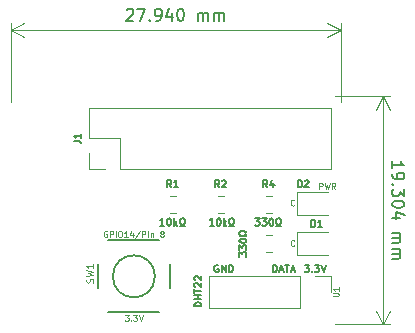
<source format=gto>
G04 #@! TF.GenerationSoftware,KiCad,Pcbnew,(5.1.2)-1*
G04 #@! TF.CreationDate,2019-05-14T16:37:42-04:00*
G04 #@! TF.ProjectId,RaspberryPiHat,52617370-6265-4727-9279-50694861742e,1*
G04 #@! TF.SameCoordinates,Original*
G04 #@! TF.FileFunction,Legend,Top*
G04 #@! TF.FilePolarity,Positive*
%FSLAX46Y46*%
G04 Gerber Fmt 4.6, Leading zero omitted, Abs format (unit mm)*
G04 Created by KiCad (PCBNEW (5.1.2)-1) date 2019-05-14 16:37:42*
%MOMM*%
%LPD*%
G04 APERTURE LIST*
%ADD10C,0.125000*%
%ADD11C,0.150000*%
%ADD12C,0.120000*%
%ADD13C,0.100000*%
%ADD14C,0.203200*%
G04 APERTURE END LIST*
D10*
X110712333Y-71600190D02*
X110712333Y-71100190D01*
X110902809Y-71100190D01*
X110950428Y-71124000D01*
X110974238Y-71147809D01*
X110998047Y-71195428D01*
X110998047Y-71266857D01*
X110974238Y-71314476D01*
X110950428Y-71338285D01*
X110902809Y-71362095D01*
X110712333Y-71362095D01*
X111164714Y-71100190D02*
X111283761Y-71600190D01*
X111379000Y-71243047D01*
X111474238Y-71600190D01*
X111593285Y-71100190D01*
X112069476Y-71600190D02*
X111902809Y-71362095D01*
X111783761Y-71600190D02*
X111783761Y-71100190D01*
X111974238Y-71100190D01*
X112021857Y-71124000D01*
X112045666Y-71147809D01*
X112069476Y-71195428D01*
X112069476Y-71266857D01*
X112045666Y-71314476D01*
X112021857Y-71338285D01*
X111974238Y-71362095D01*
X111783761Y-71362095D01*
D11*
X116895619Y-69834571D02*
X116895619Y-69263142D01*
X116895619Y-69548857D02*
X117895619Y-69548857D01*
X117752761Y-69453619D01*
X117657523Y-69358380D01*
X117609904Y-69263142D01*
X116895619Y-70310761D02*
X116895619Y-70501238D01*
X116943238Y-70596476D01*
X116990857Y-70644095D01*
X117133714Y-70739333D01*
X117324190Y-70786952D01*
X117705142Y-70786952D01*
X117800380Y-70739333D01*
X117848000Y-70691714D01*
X117895619Y-70596476D01*
X117895619Y-70406000D01*
X117848000Y-70310761D01*
X117800380Y-70263142D01*
X117705142Y-70215523D01*
X117467047Y-70215523D01*
X117371809Y-70263142D01*
X117324190Y-70310761D01*
X117276571Y-70406000D01*
X117276571Y-70596476D01*
X117324190Y-70691714D01*
X117371809Y-70739333D01*
X117467047Y-70786952D01*
X116990857Y-71215523D02*
X116943238Y-71263142D01*
X116895619Y-71215523D01*
X116943238Y-71167904D01*
X116990857Y-71215523D01*
X116895619Y-71215523D01*
X117895619Y-71596476D02*
X117895619Y-72215523D01*
X117514666Y-71882190D01*
X117514666Y-72025047D01*
X117467047Y-72120285D01*
X117419428Y-72167904D01*
X117324190Y-72215523D01*
X117086095Y-72215523D01*
X116990857Y-72167904D01*
X116943238Y-72120285D01*
X116895619Y-72025047D01*
X116895619Y-71739333D01*
X116943238Y-71644095D01*
X116990857Y-71596476D01*
X117895619Y-72834571D02*
X117895619Y-72929809D01*
X117848000Y-73025047D01*
X117800380Y-73072666D01*
X117705142Y-73120285D01*
X117514666Y-73167904D01*
X117276571Y-73167904D01*
X117086095Y-73120285D01*
X116990857Y-73072666D01*
X116943238Y-73025047D01*
X116895619Y-72929809D01*
X116895619Y-72834571D01*
X116943238Y-72739333D01*
X116990857Y-72691714D01*
X117086095Y-72644095D01*
X117276571Y-72596476D01*
X117514666Y-72596476D01*
X117705142Y-72644095D01*
X117800380Y-72691714D01*
X117848000Y-72739333D01*
X117895619Y-72834571D01*
X117562285Y-74025047D02*
X116895619Y-74025047D01*
X117943238Y-73786952D02*
X117228952Y-73548857D01*
X117228952Y-74167904D01*
X116895619Y-75310761D02*
X117562285Y-75310761D01*
X117467047Y-75310761D02*
X117514666Y-75358380D01*
X117562285Y-75453619D01*
X117562285Y-75596476D01*
X117514666Y-75691714D01*
X117419428Y-75739333D01*
X116895619Y-75739333D01*
X117419428Y-75739333D02*
X117514666Y-75786952D01*
X117562285Y-75882190D01*
X117562285Y-76025047D01*
X117514666Y-76120285D01*
X117419428Y-76167904D01*
X116895619Y-76167904D01*
X116895619Y-76644095D02*
X117562285Y-76644095D01*
X117467047Y-76644095D02*
X117514666Y-76691714D01*
X117562285Y-76786952D01*
X117562285Y-76929809D01*
X117514666Y-77025047D01*
X117419428Y-77072666D01*
X116895619Y-77072666D01*
X117419428Y-77072666D02*
X117514666Y-77120285D01*
X117562285Y-77215523D01*
X117562285Y-77358380D01*
X117514666Y-77453619D01*
X117419428Y-77501238D01*
X116895619Y-77501238D01*
D12*
X116078000Y-63754000D02*
X116078000Y-83058000D01*
X112014000Y-63754000D02*
X116664421Y-63754000D01*
X112014000Y-83058000D02*
X116664421Y-83058000D01*
X116078000Y-83058000D02*
X115491579Y-81931496D01*
X116078000Y-83058000D02*
X116664421Y-81931496D01*
X116078000Y-63754000D02*
X115491579Y-64880504D01*
X116078000Y-63754000D02*
X116664421Y-64880504D01*
D11*
X94409142Y-56443619D02*
X94456761Y-56396000D01*
X94552000Y-56348380D01*
X94790095Y-56348380D01*
X94885333Y-56396000D01*
X94932952Y-56443619D01*
X94980571Y-56538857D01*
X94980571Y-56634095D01*
X94932952Y-56776952D01*
X94361523Y-57348380D01*
X94980571Y-57348380D01*
X95313904Y-56348380D02*
X95980571Y-56348380D01*
X95552000Y-57348380D01*
X96361523Y-57253142D02*
X96409142Y-57300761D01*
X96361523Y-57348380D01*
X96313904Y-57300761D01*
X96361523Y-57253142D01*
X96361523Y-57348380D01*
X96885333Y-57348380D02*
X97075809Y-57348380D01*
X97171047Y-57300761D01*
X97218666Y-57253142D01*
X97313904Y-57110285D01*
X97361523Y-56919809D01*
X97361523Y-56538857D01*
X97313904Y-56443619D01*
X97266285Y-56396000D01*
X97171047Y-56348380D01*
X96980571Y-56348380D01*
X96885333Y-56396000D01*
X96837714Y-56443619D01*
X96790095Y-56538857D01*
X96790095Y-56776952D01*
X96837714Y-56872190D01*
X96885333Y-56919809D01*
X96980571Y-56967428D01*
X97171047Y-56967428D01*
X97266285Y-56919809D01*
X97313904Y-56872190D01*
X97361523Y-56776952D01*
X98218666Y-56681714D02*
X98218666Y-57348380D01*
X97980571Y-56300761D02*
X97742476Y-57015047D01*
X98361523Y-57015047D01*
X98932952Y-56348380D02*
X99028190Y-56348380D01*
X99123428Y-56396000D01*
X99171047Y-56443619D01*
X99218666Y-56538857D01*
X99266285Y-56729333D01*
X99266285Y-56967428D01*
X99218666Y-57157904D01*
X99171047Y-57253142D01*
X99123428Y-57300761D01*
X99028190Y-57348380D01*
X98932952Y-57348380D01*
X98837714Y-57300761D01*
X98790095Y-57253142D01*
X98742476Y-57157904D01*
X98694857Y-56967428D01*
X98694857Y-56729333D01*
X98742476Y-56538857D01*
X98790095Y-56443619D01*
X98837714Y-56396000D01*
X98932952Y-56348380D01*
X100456761Y-57348380D02*
X100456761Y-56681714D01*
X100456761Y-56776952D02*
X100504380Y-56729333D01*
X100599619Y-56681714D01*
X100742476Y-56681714D01*
X100837714Y-56729333D01*
X100885333Y-56824571D01*
X100885333Y-57348380D01*
X100885333Y-56824571D02*
X100932952Y-56729333D01*
X101028190Y-56681714D01*
X101171047Y-56681714D01*
X101266285Y-56729333D01*
X101313904Y-56824571D01*
X101313904Y-57348380D01*
X101790095Y-57348380D02*
X101790095Y-56681714D01*
X101790095Y-56776952D02*
X101837714Y-56729333D01*
X101932952Y-56681714D01*
X102075809Y-56681714D01*
X102171047Y-56729333D01*
X102218666Y-56824571D01*
X102218666Y-57348380D01*
X102218666Y-56824571D02*
X102266285Y-56729333D01*
X102361523Y-56681714D01*
X102504380Y-56681714D01*
X102599619Y-56729333D01*
X102647238Y-56824571D01*
X102647238Y-57348380D01*
D12*
X84582000Y-58166000D02*
X112522000Y-58166000D01*
X84582000Y-64262000D02*
X84582000Y-57579579D01*
X112522000Y-64262000D02*
X112522000Y-57579579D01*
X112522000Y-58166000D02*
X111395496Y-58752421D01*
X112522000Y-58166000D02*
X111395496Y-57579579D01*
X84582000Y-58166000D02*
X85708504Y-58752421D01*
X84582000Y-58166000D02*
X85708504Y-57579579D01*
D10*
X94257904Y-82276190D02*
X94567428Y-82276190D01*
X94400761Y-82466666D01*
X94472190Y-82466666D01*
X94519809Y-82490476D01*
X94543619Y-82514285D01*
X94567428Y-82561904D01*
X94567428Y-82680952D01*
X94543619Y-82728571D01*
X94519809Y-82752380D01*
X94472190Y-82776190D01*
X94329333Y-82776190D01*
X94281714Y-82752380D01*
X94257904Y-82728571D01*
X94781714Y-82728571D02*
X94805523Y-82752380D01*
X94781714Y-82776190D01*
X94757904Y-82752380D01*
X94781714Y-82728571D01*
X94781714Y-82776190D01*
X94972190Y-82276190D02*
X95281714Y-82276190D01*
X95115047Y-82466666D01*
X95186476Y-82466666D01*
X95234095Y-82490476D01*
X95257904Y-82514285D01*
X95281714Y-82561904D01*
X95281714Y-82680952D01*
X95257904Y-82728571D01*
X95234095Y-82752380D01*
X95186476Y-82776190D01*
X95043619Y-82776190D01*
X94996000Y-82752380D01*
X94972190Y-82728571D01*
X95424571Y-82276190D02*
X95591238Y-82776190D01*
X95757904Y-82276190D01*
X92734095Y-75188000D02*
X92686476Y-75164190D01*
X92615047Y-75164190D01*
X92543619Y-75188000D01*
X92496000Y-75235619D01*
X92472190Y-75283238D01*
X92448380Y-75378476D01*
X92448380Y-75449904D01*
X92472190Y-75545142D01*
X92496000Y-75592761D01*
X92543619Y-75640380D01*
X92615047Y-75664190D01*
X92662666Y-75664190D01*
X92734095Y-75640380D01*
X92757904Y-75616571D01*
X92757904Y-75449904D01*
X92662666Y-75449904D01*
X92972190Y-75664190D02*
X92972190Y-75164190D01*
X93162666Y-75164190D01*
X93210285Y-75188000D01*
X93234095Y-75211809D01*
X93257904Y-75259428D01*
X93257904Y-75330857D01*
X93234095Y-75378476D01*
X93210285Y-75402285D01*
X93162666Y-75426095D01*
X92972190Y-75426095D01*
X93472190Y-75664190D02*
X93472190Y-75164190D01*
X93805523Y-75164190D02*
X93900761Y-75164190D01*
X93948380Y-75188000D01*
X93996000Y-75235619D01*
X94019809Y-75330857D01*
X94019809Y-75497523D01*
X93996000Y-75592761D01*
X93948380Y-75640380D01*
X93900761Y-75664190D01*
X93805523Y-75664190D01*
X93757904Y-75640380D01*
X93710285Y-75592761D01*
X93686476Y-75497523D01*
X93686476Y-75330857D01*
X93710285Y-75235619D01*
X93757904Y-75188000D01*
X93805523Y-75164190D01*
X94496000Y-75664190D02*
X94210285Y-75664190D01*
X94353142Y-75664190D02*
X94353142Y-75164190D01*
X94305523Y-75235619D01*
X94257904Y-75283238D01*
X94210285Y-75307047D01*
X94924571Y-75330857D02*
X94924571Y-75664190D01*
X94805523Y-75140380D02*
X94686476Y-75497523D01*
X94996000Y-75497523D01*
X95543619Y-75140380D02*
X95115047Y-75783238D01*
X95710285Y-75664190D02*
X95710285Y-75164190D01*
X95900761Y-75164190D01*
X95948380Y-75188000D01*
X95972190Y-75211809D01*
X95996000Y-75259428D01*
X95996000Y-75330857D01*
X95972190Y-75378476D01*
X95948380Y-75402285D01*
X95900761Y-75426095D01*
X95710285Y-75426095D01*
X96210285Y-75664190D02*
X96210285Y-75330857D01*
X96210285Y-75164190D02*
X96186476Y-75188000D01*
X96210285Y-75211809D01*
X96234095Y-75188000D01*
X96210285Y-75164190D01*
X96210285Y-75211809D01*
X96448380Y-75330857D02*
X96448380Y-75664190D01*
X96448380Y-75378476D02*
X96472190Y-75354666D01*
X96519809Y-75330857D01*
X96591238Y-75330857D01*
X96638857Y-75354666D01*
X96662666Y-75402285D01*
X96662666Y-75664190D01*
X97353142Y-75378476D02*
X97305523Y-75354666D01*
X97281714Y-75330857D01*
X97257904Y-75283238D01*
X97257904Y-75259428D01*
X97281714Y-75211809D01*
X97305523Y-75188000D01*
X97353142Y-75164190D01*
X97448380Y-75164190D01*
X97496000Y-75188000D01*
X97519809Y-75211809D01*
X97543619Y-75259428D01*
X97543619Y-75283238D01*
X97519809Y-75330857D01*
X97496000Y-75354666D01*
X97448380Y-75378476D01*
X97353142Y-75378476D01*
X97305523Y-75402285D01*
X97281714Y-75426095D01*
X97257904Y-75473714D01*
X97257904Y-75568952D01*
X97281714Y-75616571D01*
X97305523Y-75640380D01*
X97353142Y-75664190D01*
X97448380Y-75664190D01*
X97496000Y-75640380D01*
X97519809Y-75616571D01*
X97543619Y-75568952D01*
X97543619Y-75473714D01*
X97519809Y-75426095D01*
X97496000Y-75402285D01*
X97448380Y-75378476D01*
D11*
X109477285Y-78030428D02*
X109848714Y-78030428D01*
X109648714Y-78259000D01*
X109734428Y-78259000D01*
X109791571Y-78287571D01*
X109820142Y-78316142D01*
X109848714Y-78373285D01*
X109848714Y-78516142D01*
X109820142Y-78573285D01*
X109791571Y-78601857D01*
X109734428Y-78630428D01*
X109563000Y-78630428D01*
X109505857Y-78601857D01*
X109477285Y-78573285D01*
X110105857Y-78573285D02*
X110134428Y-78601857D01*
X110105857Y-78630428D01*
X110077285Y-78601857D01*
X110105857Y-78573285D01*
X110105857Y-78630428D01*
X110334428Y-78030428D02*
X110705857Y-78030428D01*
X110505857Y-78259000D01*
X110591571Y-78259000D01*
X110648714Y-78287571D01*
X110677285Y-78316142D01*
X110705857Y-78373285D01*
X110705857Y-78516142D01*
X110677285Y-78573285D01*
X110648714Y-78601857D01*
X110591571Y-78630428D01*
X110420142Y-78630428D01*
X110363000Y-78601857D01*
X110334428Y-78573285D01*
X110877285Y-78030428D02*
X111077285Y-78630428D01*
X111277285Y-78030428D01*
X106796000Y-78630428D02*
X106796000Y-78030428D01*
X106938857Y-78030428D01*
X107024571Y-78059000D01*
X107081714Y-78116142D01*
X107110285Y-78173285D01*
X107138857Y-78287571D01*
X107138857Y-78373285D01*
X107110285Y-78487571D01*
X107081714Y-78544714D01*
X107024571Y-78601857D01*
X106938857Y-78630428D01*
X106796000Y-78630428D01*
X107367428Y-78459000D02*
X107653142Y-78459000D01*
X107310285Y-78630428D02*
X107510285Y-78030428D01*
X107710285Y-78630428D01*
X107824571Y-78030428D02*
X108167428Y-78030428D01*
X107996000Y-78630428D02*
X107996000Y-78030428D01*
X108338857Y-78459000D02*
X108624571Y-78459000D01*
X108281714Y-78630428D02*
X108481714Y-78030428D01*
X108681714Y-78630428D01*
X102158857Y-78059000D02*
X102101714Y-78030428D01*
X102016000Y-78030428D01*
X101930285Y-78059000D01*
X101873142Y-78116142D01*
X101844571Y-78173285D01*
X101816000Y-78287571D01*
X101816000Y-78373285D01*
X101844571Y-78487571D01*
X101873142Y-78544714D01*
X101930285Y-78601857D01*
X102016000Y-78630428D01*
X102073142Y-78630428D01*
X102158857Y-78601857D01*
X102187428Y-78573285D01*
X102187428Y-78373285D01*
X102073142Y-78373285D01*
X102444571Y-78630428D02*
X102444571Y-78030428D01*
X102787428Y-78630428D01*
X102787428Y-78030428D01*
X103073142Y-78630428D02*
X103073142Y-78030428D01*
X103216000Y-78030428D01*
X103301714Y-78059000D01*
X103358857Y-78116142D01*
X103387428Y-78173285D01*
X103416000Y-78287571D01*
X103416000Y-78373285D01*
X103387428Y-78487571D01*
X103358857Y-78544714D01*
X103301714Y-78601857D01*
X103216000Y-78630428D01*
X103073142Y-78630428D01*
D13*
X108612761Y-76378571D02*
X108588952Y-76402380D01*
X108517523Y-76426190D01*
X108469904Y-76426190D01*
X108398476Y-76402380D01*
X108350857Y-76354761D01*
X108327047Y-76307142D01*
X108303238Y-76211904D01*
X108303238Y-76140476D01*
X108327047Y-76045238D01*
X108350857Y-75997619D01*
X108398476Y-75950000D01*
X108469904Y-75926190D01*
X108517523Y-75926190D01*
X108588952Y-75950000D01*
X108612761Y-75973809D01*
X108612761Y-72949571D02*
X108588952Y-72973380D01*
X108517523Y-72997190D01*
X108469904Y-72997190D01*
X108398476Y-72973380D01*
X108350857Y-72925761D01*
X108327047Y-72878142D01*
X108303238Y-72782904D01*
X108303238Y-72711476D01*
X108327047Y-72616238D01*
X108350857Y-72568619D01*
X108398476Y-72521000D01*
X108469904Y-72497190D01*
X108517523Y-72497190D01*
X108588952Y-72521000D01*
X108612761Y-72544809D01*
D12*
X111693000Y-69910000D02*
X111693000Y-64710000D01*
X93853000Y-69910000D02*
X111693000Y-69910000D01*
X91253000Y-64710000D02*
X111693000Y-64710000D01*
X93853000Y-69910000D02*
X93853000Y-67310000D01*
X93853000Y-67310000D02*
X91253000Y-67310000D01*
X91253000Y-67310000D02*
X91253000Y-64710000D01*
X92583000Y-69910000D02*
X91253000Y-69910000D01*
X91253000Y-69910000D02*
X91253000Y-68580000D01*
X111490000Y-75240000D02*
X108805000Y-75240000D01*
X108805000Y-75240000D02*
X108805000Y-77160000D01*
X108805000Y-77160000D02*
X111490000Y-77160000D01*
X108805000Y-73813000D02*
X111490000Y-73813000D01*
X108805000Y-71893000D02*
X108805000Y-73813000D01*
X111490000Y-71893000D02*
X108805000Y-71893000D01*
X98039422Y-72188000D02*
X98556578Y-72188000D01*
X98039422Y-73608000D02*
X98556578Y-73608000D01*
X102103422Y-73608000D02*
X102620578Y-73608000D01*
X102103422Y-72188000D02*
X102620578Y-72188000D01*
X106167422Y-75535000D02*
X106684578Y-75535000D01*
X106167422Y-76955000D02*
X106684578Y-76955000D01*
X106167422Y-73608000D02*
X106684578Y-73608000D01*
X106167422Y-72188000D02*
X106684578Y-72188000D01*
D14*
X92859199Y-82042000D02*
X97177199Y-82042000D01*
X97177199Y-75946000D02*
X92859199Y-75946000D01*
X91970199Y-79989680D02*
X91970199Y-77978000D01*
X98066199Y-80020160D02*
X98066199Y-77978000D01*
X96796199Y-78994000D02*
G75*
G03X96796199Y-78994000I-1778000J0D01*
G01*
D12*
X101420000Y-78988600D02*
X101420000Y-81648600D01*
X109100000Y-78988600D02*
X101420000Y-78988600D01*
X109100000Y-81648600D02*
X101420000Y-81648600D01*
X109100000Y-78988600D02*
X109100000Y-81648600D01*
X110370000Y-78988600D02*
X111700000Y-78988600D01*
X111700000Y-78988600D02*
X111700000Y-80318600D01*
D11*
X89924428Y-67510000D02*
X90353000Y-67510000D01*
X90438714Y-67538571D01*
X90495857Y-67595714D01*
X90524428Y-67681428D01*
X90524428Y-67738571D01*
X90524428Y-66910000D02*
X90524428Y-67252857D01*
X90524428Y-67081428D02*
X89924428Y-67081428D01*
X90010142Y-67138571D01*
X90067285Y-67195714D01*
X90095857Y-67252857D01*
X110047142Y-74821428D02*
X110047142Y-74221428D01*
X110190000Y-74221428D01*
X110275714Y-74250000D01*
X110332857Y-74307142D01*
X110361428Y-74364285D01*
X110390000Y-74478571D01*
X110390000Y-74564285D01*
X110361428Y-74678571D01*
X110332857Y-74735714D01*
X110275714Y-74792857D01*
X110190000Y-74821428D01*
X110047142Y-74821428D01*
X110961428Y-74821428D02*
X110618571Y-74821428D01*
X110790000Y-74821428D02*
X110790000Y-74221428D01*
X110732857Y-74307142D01*
X110675714Y-74364285D01*
X110618571Y-74392857D01*
X108904142Y-71470678D02*
X108904142Y-70870678D01*
X109047000Y-70870678D01*
X109132714Y-70899250D01*
X109189857Y-70956392D01*
X109218428Y-71013535D01*
X109247000Y-71127821D01*
X109247000Y-71213535D01*
X109218428Y-71327821D01*
X109189857Y-71384964D01*
X109132714Y-71442107D01*
X109047000Y-71470678D01*
X108904142Y-71470678D01*
X109475571Y-70927821D02*
X109504142Y-70899250D01*
X109561285Y-70870678D01*
X109704142Y-70870678D01*
X109761285Y-70899250D01*
X109789857Y-70927821D01*
X109818428Y-70984964D01*
X109818428Y-71042107D01*
X109789857Y-71127821D01*
X109447000Y-71470678D01*
X109818428Y-71470678D01*
X98198000Y-71470678D02*
X97998000Y-71184964D01*
X97855142Y-71470678D02*
X97855142Y-70870678D01*
X98083714Y-70870678D01*
X98140857Y-70899250D01*
X98169428Y-70927821D01*
X98198000Y-70984964D01*
X98198000Y-71070678D01*
X98169428Y-71127821D01*
X98140857Y-71156392D01*
X98083714Y-71184964D01*
X97855142Y-71184964D01*
X98769428Y-71470678D02*
X98426571Y-71470678D01*
X98598000Y-71470678D02*
X98598000Y-70870678D01*
X98540857Y-70956392D01*
X98483714Y-71013535D01*
X98426571Y-71042107D01*
X97598000Y-74693428D02*
X97255142Y-74693428D01*
X97426571Y-74693428D02*
X97426571Y-74093428D01*
X97369428Y-74179142D01*
X97312285Y-74236285D01*
X97255142Y-74264857D01*
X97969428Y-74093428D02*
X98026571Y-74093428D01*
X98083714Y-74122000D01*
X98112285Y-74150571D01*
X98140857Y-74207714D01*
X98169428Y-74322000D01*
X98169428Y-74464857D01*
X98140857Y-74579142D01*
X98112285Y-74636285D01*
X98083714Y-74664857D01*
X98026571Y-74693428D01*
X97969428Y-74693428D01*
X97912285Y-74664857D01*
X97883714Y-74636285D01*
X97855142Y-74579142D01*
X97826571Y-74464857D01*
X97826571Y-74322000D01*
X97855142Y-74207714D01*
X97883714Y-74150571D01*
X97912285Y-74122000D01*
X97969428Y-74093428D01*
X98426571Y-74693428D02*
X98426571Y-74093428D01*
X98483714Y-74464857D02*
X98655142Y-74693428D01*
X98655142Y-74293428D02*
X98426571Y-74522000D01*
X98883714Y-74693428D02*
X99026571Y-74693428D01*
X99026571Y-74579142D01*
X98969428Y-74550571D01*
X98912285Y-74493428D01*
X98883714Y-74407714D01*
X98883714Y-74264857D01*
X98912285Y-74179142D01*
X98969428Y-74122000D01*
X99055142Y-74093428D01*
X99169428Y-74093428D01*
X99255142Y-74122000D01*
X99312285Y-74179142D01*
X99340857Y-74264857D01*
X99340857Y-74407714D01*
X99312285Y-74493428D01*
X99255142Y-74550571D01*
X99198000Y-74579142D01*
X99198000Y-74693428D01*
X99340857Y-74693428D01*
X102262000Y-71470678D02*
X102062000Y-71184964D01*
X101919142Y-71470678D02*
X101919142Y-70870678D01*
X102147714Y-70870678D01*
X102204857Y-70899250D01*
X102233428Y-70927821D01*
X102262000Y-70984964D01*
X102262000Y-71070678D01*
X102233428Y-71127821D01*
X102204857Y-71156392D01*
X102147714Y-71184964D01*
X101919142Y-71184964D01*
X102490571Y-70927821D02*
X102519142Y-70899250D01*
X102576285Y-70870678D01*
X102719142Y-70870678D01*
X102776285Y-70899250D01*
X102804857Y-70927821D01*
X102833428Y-70984964D01*
X102833428Y-71042107D01*
X102804857Y-71127821D01*
X102462000Y-71470678D01*
X102833428Y-71470678D01*
X101789000Y-74693428D02*
X101446142Y-74693428D01*
X101617571Y-74693428D02*
X101617571Y-74093428D01*
X101560428Y-74179142D01*
X101503285Y-74236285D01*
X101446142Y-74264857D01*
X102160428Y-74093428D02*
X102217571Y-74093428D01*
X102274714Y-74122000D01*
X102303285Y-74150571D01*
X102331857Y-74207714D01*
X102360428Y-74322000D01*
X102360428Y-74464857D01*
X102331857Y-74579142D01*
X102303285Y-74636285D01*
X102274714Y-74664857D01*
X102217571Y-74693428D01*
X102160428Y-74693428D01*
X102103285Y-74664857D01*
X102074714Y-74636285D01*
X102046142Y-74579142D01*
X102017571Y-74464857D01*
X102017571Y-74322000D01*
X102046142Y-74207714D01*
X102074714Y-74150571D01*
X102103285Y-74122000D01*
X102160428Y-74093428D01*
X102617571Y-74693428D02*
X102617571Y-74093428D01*
X102674714Y-74464857D02*
X102846142Y-74693428D01*
X102846142Y-74293428D02*
X102617571Y-74522000D01*
X103074714Y-74693428D02*
X103217571Y-74693428D01*
X103217571Y-74579142D01*
X103160428Y-74550571D01*
X103103285Y-74493428D01*
X103074714Y-74407714D01*
X103074714Y-74264857D01*
X103103285Y-74179142D01*
X103160428Y-74122000D01*
X103246142Y-74093428D01*
X103360428Y-74093428D01*
X103446142Y-74122000D01*
X103503285Y-74179142D01*
X103531857Y-74264857D01*
X103531857Y-74407714D01*
X103503285Y-74493428D01*
X103446142Y-74550571D01*
X103389000Y-74579142D01*
X103389000Y-74693428D01*
X103531857Y-74693428D01*
X103938428Y-77314285D02*
X103938428Y-76942857D01*
X104167000Y-77142857D01*
X104167000Y-77057142D01*
X104195571Y-77000000D01*
X104224142Y-76971428D01*
X104281285Y-76942857D01*
X104424142Y-76942857D01*
X104481285Y-76971428D01*
X104509857Y-77000000D01*
X104538428Y-77057142D01*
X104538428Y-77228571D01*
X104509857Y-77285714D01*
X104481285Y-77314285D01*
X103938428Y-76742857D02*
X103938428Y-76371428D01*
X104167000Y-76571428D01*
X104167000Y-76485714D01*
X104195571Y-76428571D01*
X104224142Y-76400000D01*
X104281285Y-76371428D01*
X104424142Y-76371428D01*
X104481285Y-76400000D01*
X104509857Y-76428571D01*
X104538428Y-76485714D01*
X104538428Y-76657142D01*
X104509857Y-76714285D01*
X104481285Y-76742857D01*
X103938428Y-76000000D02*
X103938428Y-75942857D01*
X103967000Y-75885714D01*
X103995571Y-75857142D01*
X104052714Y-75828571D01*
X104167000Y-75800000D01*
X104309857Y-75800000D01*
X104424142Y-75828571D01*
X104481285Y-75857142D01*
X104509857Y-75885714D01*
X104538428Y-75942857D01*
X104538428Y-76000000D01*
X104509857Y-76057142D01*
X104481285Y-76085714D01*
X104424142Y-76114285D01*
X104309857Y-76142857D01*
X104167000Y-76142857D01*
X104052714Y-76114285D01*
X103995571Y-76085714D01*
X103967000Y-76057142D01*
X103938428Y-76000000D01*
X104538428Y-75571428D02*
X104538428Y-75428571D01*
X104424142Y-75428571D01*
X104395571Y-75485714D01*
X104338428Y-75542857D01*
X104252714Y-75571428D01*
X104109857Y-75571428D01*
X104024142Y-75542857D01*
X103967000Y-75485714D01*
X103938428Y-75400000D01*
X103938428Y-75285714D01*
X103967000Y-75200000D01*
X104024142Y-75142857D01*
X104109857Y-75114285D01*
X104252714Y-75114285D01*
X104338428Y-75142857D01*
X104395571Y-75200000D01*
X104424142Y-75257142D01*
X104538428Y-75257142D01*
X104538428Y-75114285D01*
X106326000Y-71470678D02*
X106126000Y-71184964D01*
X105983142Y-71470678D02*
X105983142Y-70870678D01*
X106211714Y-70870678D01*
X106268857Y-70899250D01*
X106297428Y-70927821D01*
X106326000Y-70984964D01*
X106326000Y-71070678D01*
X106297428Y-71127821D01*
X106268857Y-71156392D01*
X106211714Y-71184964D01*
X105983142Y-71184964D01*
X106840285Y-71070678D02*
X106840285Y-71470678D01*
X106697428Y-70842107D02*
X106554571Y-71270678D01*
X106926000Y-71270678D01*
X105311714Y-74093428D02*
X105683142Y-74093428D01*
X105483142Y-74322000D01*
X105568857Y-74322000D01*
X105626000Y-74350571D01*
X105654571Y-74379142D01*
X105683142Y-74436285D01*
X105683142Y-74579142D01*
X105654571Y-74636285D01*
X105626000Y-74664857D01*
X105568857Y-74693428D01*
X105397428Y-74693428D01*
X105340285Y-74664857D01*
X105311714Y-74636285D01*
X105883142Y-74093428D02*
X106254571Y-74093428D01*
X106054571Y-74322000D01*
X106140285Y-74322000D01*
X106197428Y-74350571D01*
X106226000Y-74379142D01*
X106254571Y-74436285D01*
X106254571Y-74579142D01*
X106226000Y-74636285D01*
X106197428Y-74664857D01*
X106140285Y-74693428D01*
X105968857Y-74693428D01*
X105911714Y-74664857D01*
X105883142Y-74636285D01*
X106626000Y-74093428D02*
X106683142Y-74093428D01*
X106740285Y-74122000D01*
X106768857Y-74150571D01*
X106797428Y-74207714D01*
X106826000Y-74322000D01*
X106826000Y-74464857D01*
X106797428Y-74579142D01*
X106768857Y-74636285D01*
X106740285Y-74664857D01*
X106683142Y-74693428D01*
X106626000Y-74693428D01*
X106568857Y-74664857D01*
X106540285Y-74636285D01*
X106511714Y-74579142D01*
X106483142Y-74464857D01*
X106483142Y-74322000D01*
X106511714Y-74207714D01*
X106540285Y-74150571D01*
X106568857Y-74122000D01*
X106626000Y-74093428D01*
X107054571Y-74693428D02*
X107197428Y-74693428D01*
X107197428Y-74579142D01*
X107140285Y-74550571D01*
X107083142Y-74493428D01*
X107054571Y-74407714D01*
X107054571Y-74264857D01*
X107083142Y-74179142D01*
X107140285Y-74122000D01*
X107226000Y-74093428D01*
X107340285Y-74093428D01*
X107426000Y-74122000D01*
X107483142Y-74179142D01*
X107511714Y-74264857D01*
X107511714Y-74407714D01*
X107483142Y-74493428D01*
X107426000Y-74550571D01*
X107368857Y-74579142D01*
X107368857Y-74693428D01*
X107511714Y-74693428D01*
D13*
X91555857Y-79540000D02*
X91584428Y-79454285D01*
X91584428Y-79311428D01*
X91555857Y-79254285D01*
X91527285Y-79225714D01*
X91470142Y-79197142D01*
X91413000Y-79197142D01*
X91355857Y-79225714D01*
X91327285Y-79254285D01*
X91298714Y-79311428D01*
X91270142Y-79425714D01*
X91241571Y-79482857D01*
X91213000Y-79511428D01*
X91155857Y-79540000D01*
X91098714Y-79540000D01*
X91041571Y-79511428D01*
X91013000Y-79482857D01*
X90984428Y-79425714D01*
X90984428Y-79282857D01*
X91013000Y-79197142D01*
X90984428Y-78997142D02*
X91584428Y-78854285D01*
X91155857Y-78740000D01*
X91584428Y-78625714D01*
X90984428Y-78482857D01*
X91584428Y-77940000D02*
X91584428Y-78282857D01*
X91584428Y-78111428D02*
X90984428Y-78111428D01*
X91070142Y-78168571D01*
X91127285Y-78225714D01*
X91155857Y-78282857D01*
D10*
X111867190Y-80699552D02*
X112271952Y-80699552D01*
X112319571Y-80675742D01*
X112343380Y-80651933D01*
X112367190Y-80604314D01*
X112367190Y-80509076D01*
X112343380Y-80461457D01*
X112319571Y-80437647D01*
X112271952Y-80413838D01*
X111867190Y-80413838D01*
X112367190Y-79913838D02*
X112367190Y-80199552D01*
X112367190Y-80056695D02*
X111867190Y-80056695D01*
X111938619Y-80104314D01*
X111986238Y-80151933D01*
X112010047Y-80199552D01*
D11*
X100728428Y-81535428D02*
X100128428Y-81535428D01*
X100128428Y-81392571D01*
X100157000Y-81306857D01*
X100214142Y-81249714D01*
X100271285Y-81221142D01*
X100385571Y-81192571D01*
X100471285Y-81192571D01*
X100585571Y-81221142D01*
X100642714Y-81249714D01*
X100699857Y-81306857D01*
X100728428Y-81392571D01*
X100728428Y-81535428D01*
X100728428Y-80935428D02*
X100128428Y-80935428D01*
X100414142Y-80935428D02*
X100414142Y-80592571D01*
X100728428Y-80592571D02*
X100128428Y-80592571D01*
X100128428Y-80392571D02*
X100128428Y-80049714D01*
X100728428Y-80221142D02*
X100128428Y-80221142D01*
X100185571Y-79878285D02*
X100157000Y-79849714D01*
X100128428Y-79792571D01*
X100128428Y-79649714D01*
X100157000Y-79592571D01*
X100185571Y-79564000D01*
X100242714Y-79535428D01*
X100299857Y-79535428D01*
X100385571Y-79564000D01*
X100728428Y-79906857D01*
X100728428Y-79535428D01*
X100185571Y-79306857D02*
X100157000Y-79278285D01*
X100128428Y-79221142D01*
X100128428Y-79078285D01*
X100157000Y-79021142D01*
X100185571Y-78992571D01*
X100242714Y-78964000D01*
X100299857Y-78964000D01*
X100385571Y-78992571D01*
X100728428Y-79335428D01*
X100728428Y-78964000D01*
M02*

</source>
